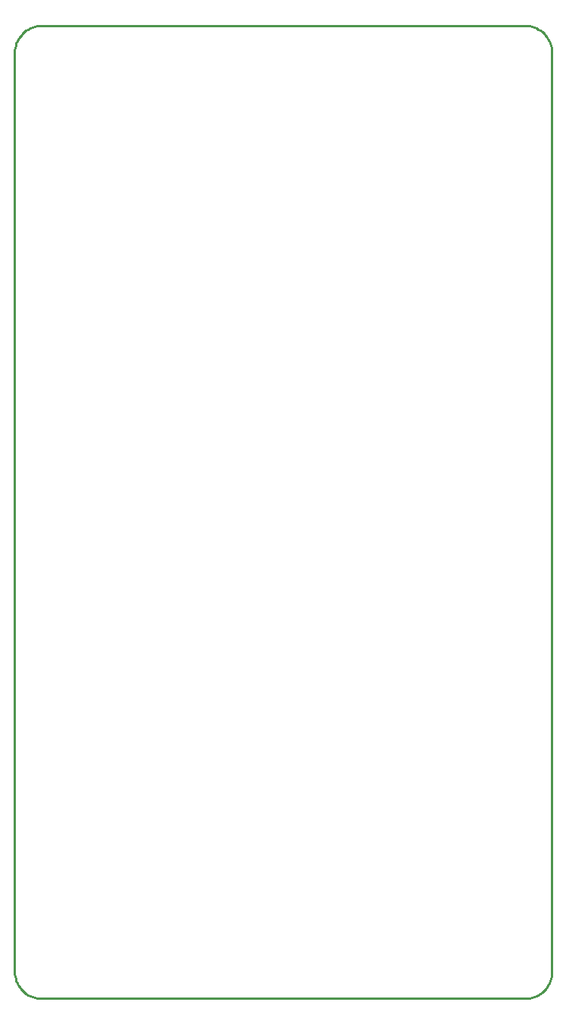
<source format=gko>
G04 EAGLE Gerber RS-274X export*
G75*
%MOMM*%
%FSLAX34Y34*%
%LPD*%
%INOUTINE*%
%IPPOS*%
%AMOC8*
5,1,8,0,0,1.08239X$1,22.5*%
G01*
%ADD10C,0.000000*%
%ADD11C,0.000100*%
%ADD12C,0.254000*%


D10*
X32500Y100000D02*
X573500Y100000D01*
X603500Y130000D02*
X603500Y1157500D01*
X573500Y1187500D02*
X32500Y1187500D01*
X2500Y1157500D02*
X2500Y130000D01*
D11*
X2509Y129275D01*
X2535Y128551D01*
X2579Y127827D01*
X2640Y127105D01*
X2719Y126384D01*
X2815Y125665D01*
X2928Y124949D01*
X3059Y124236D01*
X3207Y123526D01*
X3372Y122821D01*
X3554Y122119D01*
X3753Y121422D01*
X3968Y120729D01*
X4201Y120043D01*
X4450Y119362D01*
X4715Y118687D01*
X4996Y118019D01*
X5294Y117358D01*
X5607Y116704D01*
X5936Y116058D01*
X6281Y115420D01*
X6641Y114791D01*
X7016Y114171D01*
X7406Y113560D01*
X7810Y112958D01*
X8229Y112366D01*
X8663Y111785D01*
X9110Y111214D01*
X9571Y110655D01*
X10045Y110106D01*
X10532Y109570D01*
X11032Y109045D01*
X11545Y108532D01*
X12070Y108032D01*
X12606Y107545D01*
X13155Y107071D01*
X13714Y106610D01*
X14285Y106163D01*
X14866Y105729D01*
X15458Y105310D01*
X16060Y104906D01*
X16671Y104516D01*
X17291Y104141D01*
X17920Y103781D01*
X18558Y103436D01*
X19204Y103107D01*
X19858Y102794D01*
X20519Y102496D01*
X21187Y102215D01*
X21862Y101950D01*
X22543Y101701D01*
X23229Y101468D01*
X23922Y101253D01*
X24619Y101054D01*
X25321Y100872D01*
X26026Y100707D01*
X26736Y100559D01*
X27449Y100428D01*
X28165Y100315D01*
X28884Y100219D01*
X29605Y100140D01*
X30327Y100079D01*
X31051Y100035D01*
X31775Y100009D01*
X32500Y100000D01*
X573500Y100000D02*
X574225Y100009D01*
X574949Y100035D01*
X575673Y100079D01*
X576395Y100140D01*
X577116Y100219D01*
X577835Y100315D01*
X578551Y100428D01*
X579264Y100559D01*
X579974Y100707D01*
X580679Y100872D01*
X581381Y101054D01*
X582078Y101253D01*
X582771Y101468D01*
X583457Y101701D01*
X584138Y101950D01*
X584813Y102215D01*
X585481Y102496D01*
X586142Y102794D01*
X586796Y103107D01*
X587442Y103436D01*
X588080Y103781D01*
X588709Y104141D01*
X589329Y104516D01*
X589940Y104906D01*
X590542Y105310D01*
X591134Y105729D01*
X591715Y106163D01*
X592286Y106610D01*
X592845Y107071D01*
X593394Y107545D01*
X593930Y108032D01*
X594455Y108532D01*
X594968Y109045D01*
X595468Y109570D01*
X595955Y110106D01*
X596429Y110655D01*
X596890Y111214D01*
X597337Y111785D01*
X597771Y112366D01*
X598190Y112958D01*
X598594Y113560D01*
X598984Y114171D01*
X599359Y114791D01*
X599719Y115420D01*
X600064Y116058D01*
X600393Y116704D01*
X600706Y117358D01*
X601004Y118019D01*
X601285Y118687D01*
X601550Y119362D01*
X601799Y120043D01*
X602032Y120729D01*
X602247Y121422D01*
X602446Y122119D01*
X602628Y122821D01*
X602793Y123526D01*
X602941Y124236D01*
X603072Y124949D01*
X603185Y125665D01*
X603281Y126384D01*
X603360Y127105D01*
X603421Y127827D01*
X603465Y128551D01*
X603491Y129275D01*
X603500Y130000D01*
X603500Y1157500D02*
X603491Y1158225D01*
X603465Y1158949D01*
X603421Y1159673D01*
X603360Y1160395D01*
X603281Y1161116D01*
X603185Y1161835D01*
X603072Y1162551D01*
X602941Y1163264D01*
X602793Y1163974D01*
X602628Y1164679D01*
X602446Y1165381D01*
X602247Y1166078D01*
X602032Y1166771D01*
X601799Y1167457D01*
X601550Y1168138D01*
X601285Y1168813D01*
X601004Y1169481D01*
X600706Y1170142D01*
X600393Y1170796D01*
X600064Y1171442D01*
X599719Y1172080D01*
X599359Y1172709D01*
X598984Y1173329D01*
X598594Y1173940D01*
X598190Y1174542D01*
X597771Y1175134D01*
X597337Y1175715D01*
X596890Y1176286D01*
X596429Y1176845D01*
X595955Y1177394D01*
X595468Y1177930D01*
X594968Y1178455D01*
X594455Y1178968D01*
X593930Y1179468D01*
X593394Y1179955D01*
X592845Y1180429D01*
X592286Y1180890D01*
X591715Y1181337D01*
X591134Y1181771D01*
X590542Y1182190D01*
X589940Y1182594D01*
X589329Y1182984D01*
X588709Y1183359D01*
X588080Y1183719D01*
X587442Y1184064D01*
X586796Y1184393D01*
X586142Y1184706D01*
X585481Y1185004D01*
X584813Y1185285D01*
X584138Y1185550D01*
X583457Y1185799D01*
X582771Y1186032D01*
X582078Y1186247D01*
X581381Y1186446D01*
X580679Y1186628D01*
X579974Y1186793D01*
X579264Y1186941D01*
X578551Y1187072D01*
X577835Y1187185D01*
X577116Y1187281D01*
X576395Y1187360D01*
X575673Y1187421D01*
X574949Y1187465D01*
X574225Y1187491D01*
X573500Y1187500D01*
X32500Y1187500D02*
X31775Y1187491D01*
X31051Y1187465D01*
X30327Y1187421D01*
X29605Y1187360D01*
X28884Y1187281D01*
X28165Y1187185D01*
X27449Y1187072D01*
X26736Y1186941D01*
X26026Y1186793D01*
X25321Y1186628D01*
X24619Y1186446D01*
X23922Y1186247D01*
X23229Y1186032D01*
X22543Y1185799D01*
X21862Y1185550D01*
X21187Y1185285D01*
X20519Y1185004D01*
X19858Y1184706D01*
X19204Y1184393D01*
X18558Y1184064D01*
X17920Y1183719D01*
X17291Y1183359D01*
X16671Y1182984D01*
X16060Y1182594D01*
X15458Y1182190D01*
X14866Y1181771D01*
X14285Y1181337D01*
X13714Y1180890D01*
X13155Y1180429D01*
X12606Y1179955D01*
X12070Y1179468D01*
X11545Y1178968D01*
X11032Y1178455D01*
X10532Y1177930D01*
X10045Y1177394D01*
X9571Y1176845D01*
X9110Y1176286D01*
X8663Y1175715D01*
X8229Y1175134D01*
X7810Y1174542D01*
X7406Y1173940D01*
X7016Y1173329D01*
X6641Y1172709D01*
X6281Y1172080D01*
X5936Y1171442D01*
X5607Y1170796D01*
X5294Y1170142D01*
X4996Y1169481D01*
X4715Y1168813D01*
X4450Y1168138D01*
X4201Y1167457D01*
X3968Y1166771D01*
X3753Y1166078D01*
X3554Y1165381D01*
X3372Y1164679D01*
X3207Y1163974D01*
X3059Y1163264D01*
X2928Y1162551D01*
X2815Y1161835D01*
X2719Y1161116D01*
X2640Y1160395D01*
X2579Y1159673D01*
X2535Y1158949D01*
X2509Y1158225D01*
X2500Y1157500D01*
D12*
X2500Y130000D02*
X2614Y127385D01*
X2956Y124791D01*
X3522Y122235D01*
X4309Y119739D01*
X5311Y117321D01*
X6519Y115000D01*
X7925Y112793D01*
X9519Y110716D01*
X11287Y108787D01*
X13216Y107019D01*
X15293Y105425D01*
X17500Y104019D01*
X19821Y102811D01*
X22239Y101809D01*
X24735Y101022D01*
X27291Y100456D01*
X29885Y100114D01*
X32500Y100000D01*
X573500Y100000D01*
X576115Y100114D01*
X578709Y100456D01*
X581265Y101022D01*
X583761Y101809D01*
X586179Y102811D01*
X588500Y104019D01*
X590707Y105425D01*
X592784Y107019D01*
X594713Y108787D01*
X596481Y110716D01*
X598075Y112793D01*
X599481Y115000D01*
X600689Y117321D01*
X601691Y119739D01*
X602478Y122235D01*
X603044Y124791D01*
X603386Y127385D01*
X603500Y130000D01*
X603500Y1157500D01*
X603386Y1160115D01*
X603044Y1162709D01*
X602478Y1165265D01*
X601691Y1167761D01*
X600689Y1170179D01*
X599481Y1172500D01*
X598075Y1174707D01*
X596481Y1176784D01*
X594713Y1178713D01*
X592784Y1180481D01*
X590707Y1182075D01*
X588500Y1183481D01*
X586179Y1184689D01*
X583761Y1185691D01*
X581265Y1186478D01*
X578709Y1187044D01*
X576115Y1187386D01*
X573500Y1187500D01*
X32500Y1187500D01*
X29885Y1187386D01*
X27291Y1187044D01*
X24735Y1186478D01*
X22239Y1185691D01*
X19821Y1184689D01*
X17500Y1183481D01*
X15293Y1182075D01*
X13216Y1180481D01*
X11287Y1178713D01*
X9519Y1176784D01*
X7925Y1174707D01*
X6519Y1172500D01*
X5311Y1170179D01*
X4309Y1167761D01*
X3522Y1165265D01*
X2956Y1162709D01*
X2614Y1160115D01*
X2500Y1157500D01*
X2500Y130000D01*
M02*

</source>
